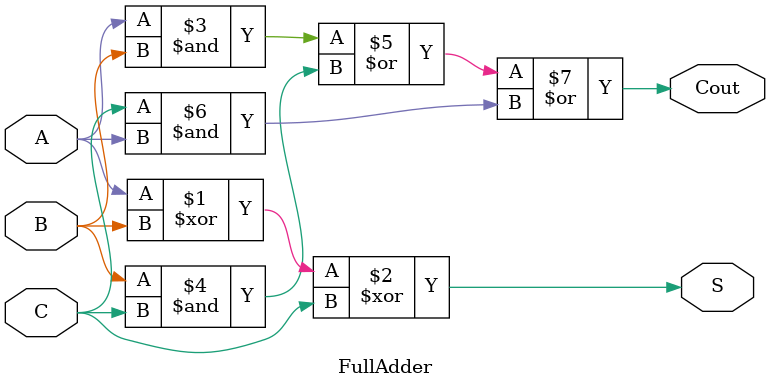
<source format=v>
`timescale 1ns / 1ps
module FullAdder(A,B,C,S,Cout);
input A,B,C;
output S,Cout;
xor(S,A,B,C);
or(Cout,A&B, B&C, C&A);
endmodule

</source>
